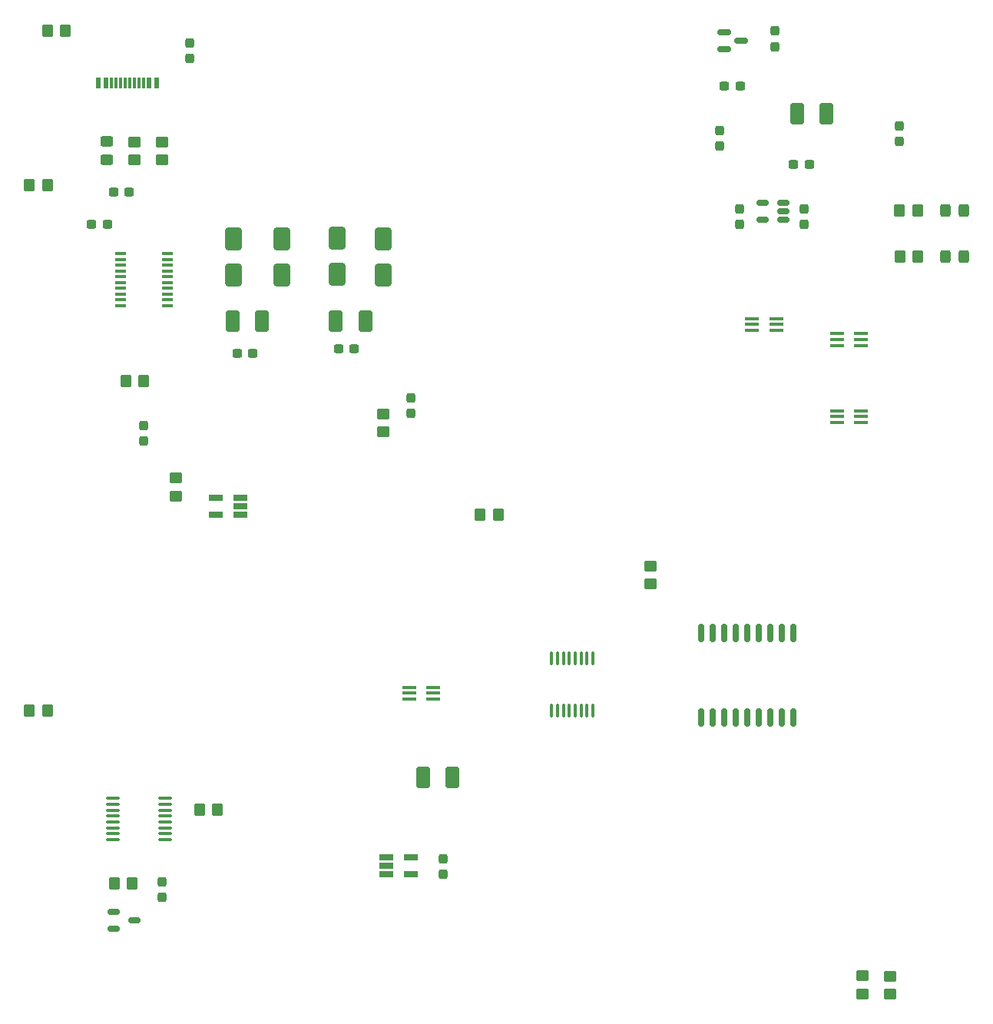
<source format=gbr>
%TF.GenerationSoftware,KiCad,Pcbnew,7.0.2*%
%TF.CreationDate,2024-12-03T13:42:33-08:00*%
%TF.ProjectId,AA_P_CtrlBd,41415f50-5f43-4747-926c-42642e6b6963,1.0*%
%TF.SameCoordinates,Original*%
%TF.FileFunction,Paste,Top*%
%TF.FilePolarity,Positive*%
%FSLAX46Y46*%
G04 Gerber Fmt 4.6, Leading zero omitted, Abs format (unit mm)*
G04 Created by KiCad (PCBNEW 7.0.2) date 2024-12-03 13:42:33*
%MOMM*%
%LPD*%
G01*
G04 APERTURE LIST*
G04 Aperture macros list*
%AMRoundRect*
0 Rectangle with rounded corners*
0 $1 Rounding radius*
0 $2 $3 $4 $5 $6 $7 $8 $9 X,Y pos of 4 corners*
0 Add a 4 corners polygon primitive as box body*
4,1,4,$2,$3,$4,$5,$6,$7,$8,$9,$2,$3,0*
0 Add four circle primitives for the rounded corners*
1,1,$1+$1,$2,$3*
1,1,$1+$1,$4,$5*
1,1,$1+$1,$6,$7*
1,1,$1+$1,$8,$9*
0 Add four rect primitives between the rounded corners*
20,1,$1+$1,$2,$3,$4,$5,0*
20,1,$1+$1,$4,$5,$6,$7,0*
20,1,$1+$1,$6,$7,$8,$9,0*
20,1,$1+$1,$8,$9,$2,$3,0*%
G04 Aperture macros list end*
%ADD10RoundRect,0.237500X-0.300000X-0.237500X0.300000X-0.237500X0.300000X0.237500X-0.300000X0.237500X0*%
%ADD11R,0.600000X1.150000*%
%ADD12R,0.300000X1.150000*%
%ADD13RoundRect,0.250000X0.325000X0.450000X-0.325000X0.450000X-0.325000X-0.450000X0.325000X-0.450000X0*%
%ADD14RoundRect,0.250000X0.450000X-0.350000X0.450000X0.350000X-0.450000X0.350000X-0.450000X-0.350000X0*%
%ADD15RoundRect,0.237500X-0.237500X0.300000X-0.237500X-0.300000X0.237500X-0.300000X0.237500X0.300000X0*%
%ADD16RoundRect,0.250000X-0.350000X-0.450000X0.350000X-0.450000X0.350000X0.450000X-0.350000X0.450000X0*%
%ADD17RoundRect,0.250001X-0.499999X-0.924999X0.499999X-0.924999X0.499999X0.924999X-0.499999X0.924999X0*%
%ADD18RoundRect,0.150000X-0.587500X-0.150000X0.587500X-0.150000X0.587500X0.150000X-0.587500X0.150000X0*%
%ADD19R,1.500000X0.400000*%
%ADD20RoundRect,0.250000X0.350000X0.450000X-0.350000X0.450000X-0.350000X-0.450000X0.350000X-0.450000X0*%
%ADD21RoundRect,0.250000X-0.650000X1.000000X-0.650000X-1.000000X0.650000X-1.000000X0.650000X1.000000X0*%
%ADD22RoundRect,0.237500X0.237500X-0.300000X0.237500X0.300000X-0.237500X0.300000X-0.237500X-0.300000X0*%
%ADD23RoundRect,0.150000X0.512500X0.150000X-0.512500X0.150000X-0.512500X-0.150000X0.512500X-0.150000X0*%
%ADD24R,1.560000X0.650000*%
%ADD25RoundRect,0.150000X-0.512500X-0.150000X0.512500X-0.150000X0.512500X0.150000X-0.512500X0.150000X0*%
%ADD26RoundRect,0.100000X-0.100000X0.637500X-0.100000X-0.637500X0.100000X-0.637500X0.100000X0.637500X0*%
%ADD27RoundRect,0.250000X-0.450000X0.350000X-0.450000X-0.350000X0.450000X-0.350000X0.450000X0.350000X0*%
%ADD28RoundRect,0.150000X0.150000X-0.875000X0.150000X0.875000X-0.150000X0.875000X-0.150000X-0.875000X0*%
%ADD29RoundRect,0.250000X-0.450000X0.325000X-0.450000X-0.325000X0.450000X-0.325000X0.450000X0.325000X0*%
%ADD30R,1.200000X0.400000*%
%ADD31RoundRect,0.237500X0.300000X0.237500X-0.300000X0.237500X-0.300000X-0.237500X0.300000X-0.237500X0*%
%ADD32RoundRect,0.100000X0.637500X0.100000X-0.637500X0.100000X-0.637500X-0.100000X0.637500X-0.100000X0*%
G04 APERTURE END LIST*
D10*
%TO.C,C11*%
X102555500Y-53848000D03*
X104280500Y-53848000D03*
%TD*%
D11*
%TO.C,J19*%
X107313156Y-41782242D03*
X106513156Y-41782242D03*
D12*
X105363156Y-41782242D03*
X104363156Y-41782242D03*
X103863156Y-41782242D03*
X102863156Y-41782242D03*
D11*
X100913156Y-41782242D03*
X101713156Y-41782242D03*
D12*
X102363156Y-41782242D03*
X103363156Y-41782242D03*
X104863156Y-41782242D03*
X105863156Y-41782242D03*
%TD*%
D13*
%TO.C,D7*%
X196351000Y-55880000D03*
X194301000Y-55880000D03*
%TD*%
D14*
%TO.C,R7*%
X132334000Y-80264000D03*
X132334000Y-78264000D03*
%TD*%
D15*
%TO.C,C10*%
X110998000Y-37391000D03*
X110998000Y-39116000D03*
%TD*%
D16*
%TO.C,R11*%
X103918000Y-74676000D03*
X105918000Y-74676000D03*
%TD*%
%TO.C,R4*%
X95282000Y-36068000D03*
X97282000Y-36068000D03*
%TD*%
D17*
%TO.C,C22*%
X177953000Y-45212000D03*
X181203000Y-45212000D03*
%TD*%
D18*
%TO.C,Q1*%
X169926000Y-36200000D03*
X169926000Y-38100000D03*
X171801000Y-37150000D03*
%TD*%
D19*
%TO.C,U10*%
X182312000Y-69454000D03*
X182312000Y-70104000D03*
X182312000Y-70754000D03*
X184972000Y-70754000D03*
X184972000Y-70104000D03*
X184972000Y-69454000D03*
%TD*%
D20*
%TO.C,R5*%
X114046000Y-121920000D03*
X112046000Y-121920000D03*
%TD*%
D21*
%TO.C,D5*%
X132334000Y-58960000D03*
X132334000Y-62960000D03*
%TD*%
D10*
%TO.C,C5*%
X127407500Y-71120000D03*
X129132500Y-71120000D03*
%TD*%
D20*
%TO.C,R2*%
X95274000Y-110998000D03*
X93274000Y-110998000D03*
%TD*%
D22*
%TO.C,C18*%
X171570000Y-57404000D03*
X171570000Y-55679000D03*
%TD*%
D23*
%TO.C,U6*%
X176385000Y-56896000D03*
X176385000Y-55946000D03*
X176385000Y-54996000D03*
X174110000Y-54996000D03*
X174110000Y-56896000D03*
%TD*%
D15*
%TO.C,C8*%
X138914000Y-127307000D03*
X138914000Y-129032000D03*
%TD*%
D13*
%TO.C,D6*%
X196360000Y-60960000D03*
X194310000Y-60960000D03*
%TD*%
D14*
%TO.C,R3*%
X109474000Y-87344000D03*
X109474000Y-85344000D03*
%TD*%
D24*
%TO.C,U2*%
X116586000Y-89408000D03*
X116586000Y-88458000D03*
X116586000Y-87508000D03*
X113886000Y-87508000D03*
X113886000Y-89408000D03*
%TD*%
D25*
%TO.C,D3*%
X102627000Y-133162000D03*
X102627000Y-135062000D03*
X104902000Y-134112000D03*
%TD*%
D20*
%TO.C,R10*%
X145018000Y-89408000D03*
X143018000Y-89408000D03*
%TD*%
D26*
%TO.C,U7*%
X155437000Y-105241500D03*
X154787000Y-105241500D03*
X154137000Y-105241500D03*
X153487000Y-105241500D03*
X152837000Y-105241500D03*
X152187000Y-105241500D03*
X151537000Y-105241500D03*
X150887000Y-105241500D03*
X150887000Y-110966500D03*
X151537000Y-110966500D03*
X152187000Y-110966500D03*
X152837000Y-110966500D03*
X153487000Y-110966500D03*
X154137000Y-110966500D03*
X154787000Y-110966500D03*
X155437000Y-110966500D03*
%TD*%
D27*
%TO.C,R6*%
X104902000Y-48292000D03*
X104902000Y-50292000D03*
%TD*%
D17*
%TO.C,C1*%
X115722500Y-68072000D03*
X118972500Y-68072000D03*
%TD*%
D16*
%TO.C,R1*%
X102659000Y-130048000D03*
X104659000Y-130048000D03*
%TD*%
D15*
%TO.C,C19*%
X169418000Y-47043000D03*
X169418000Y-48768000D03*
%TD*%
D24*
%TO.C,U4*%
X132658000Y-127132000D03*
X132658000Y-128082000D03*
X132658000Y-129032000D03*
X135358000Y-129032000D03*
X135358000Y-127132000D03*
%TD*%
D10*
%TO.C,C16*%
X169926000Y-42164000D03*
X171651000Y-42164000D03*
%TD*%
D28*
%TO.C,U9*%
X167386000Y-111760000D03*
X168656000Y-111760000D03*
X169926000Y-111760000D03*
X171196000Y-111760000D03*
X172466000Y-111760000D03*
X173736000Y-111760000D03*
X175006000Y-111760000D03*
X176276000Y-111760000D03*
X177546000Y-111760000D03*
X177546000Y-102460000D03*
X176276000Y-102460000D03*
X175006000Y-102460000D03*
X173736000Y-102460000D03*
X172466000Y-102460000D03*
X171196000Y-102460000D03*
X169926000Y-102460000D03*
X168656000Y-102460000D03*
X167386000Y-102460000D03*
%TD*%
D27*
%TO.C,R13*%
X185166000Y-140224000D03*
X185166000Y-142224000D03*
%TD*%
D22*
%TO.C,C3*%
X107961000Y-131572000D03*
X107961000Y-129847000D03*
%TD*%
%TO.C,C9*%
X135382000Y-78232000D03*
X135382000Y-76507000D03*
%TD*%
D29*
%TO.C,L1*%
X101854000Y-48242000D03*
X101854000Y-50292000D03*
%TD*%
D21*
%TO.C,D4*%
X121158000Y-58960000D03*
X121158000Y-62960000D03*
%TD*%
D27*
%TO.C,R8*%
X107950000Y-48292000D03*
X107950000Y-50292000D03*
%TD*%
D17*
%TO.C,C2*%
X127100500Y-68072000D03*
X130350500Y-68072000D03*
%TD*%
D14*
%TO.C,R14*%
X161798000Y-97028000D03*
X161798000Y-95028000D03*
%TD*%
D10*
%TO.C,C17*%
X177546000Y-50800000D03*
X179271000Y-50800000D03*
%TD*%
D21*
%TO.C,D2*%
X127254000Y-58928000D03*
X127254000Y-62928000D03*
%TD*%
D22*
%TO.C,C14*%
X178682000Y-57404000D03*
X178682000Y-55679000D03*
%TD*%
D30*
%TO.C,U3*%
X103318000Y-60642500D03*
X103318000Y-61277500D03*
X103318000Y-61912500D03*
X103318000Y-62547500D03*
X103318000Y-63182500D03*
X103318000Y-63817500D03*
X103318000Y-64452500D03*
X103318000Y-65087500D03*
X103318000Y-65722500D03*
X103318000Y-66357500D03*
X108518000Y-66357500D03*
X108518000Y-65722500D03*
X108518000Y-65087500D03*
X108518000Y-64452500D03*
X108518000Y-63817500D03*
X108518000Y-63182500D03*
X108518000Y-62547500D03*
X108518000Y-61912500D03*
X108518000Y-61277500D03*
X108518000Y-60642500D03*
%TD*%
D19*
%TO.C,U12*%
X137832000Y-109728000D03*
X137832000Y-109078000D03*
X137832000Y-108428000D03*
X135172000Y-108428000D03*
X135172000Y-109078000D03*
X135172000Y-109728000D03*
%TD*%
%TO.C,U8*%
X172974000Y-67788000D03*
X172974000Y-68438000D03*
X172974000Y-69088000D03*
X175634000Y-69088000D03*
X175634000Y-68438000D03*
X175634000Y-67788000D03*
%TD*%
D22*
%TO.C,C20*%
X105918000Y-81280000D03*
X105918000Y-79555000D03*
%TD*%
D20*
%TO.C,R16*%
X191221000Y-55880000D03*
X189221000Y-55880000D03*
%TD*%
D21*
%TO.C,D1*%
X115787500Y-58960000D03*
X115787500Y-62960000D03*
%TD*%
D20*
%TO.C,R15*%
X191262000Y-60960000D03*
X189262000Y-60960000D03*
%TD*%
D31*
%TO.C,C12*%
X101894000Y-57404000D03*
X100169000Y-57404000D03*
%TD*%
D15*
%TO.C,C13*%
X175514000Y-36068000D03*
X175514000Y-37793000D03*
%TD*%
D27*
%TO.C,R12*%
X188214000Y-140240000D03*
X188214000Y-142240000D03*
%TD*%
D22*
%TO.C,C21*%
X189230000Y-48260000D03*
X189230000Y-46535000D03*
%TD*%
D19*
%TO.C,U11*%
X184972000Y-79248000D03*
X184972000Y-78598000D03*
X184972000Y-77948000D03*
X182312000Y-77948000D03*
X182312000Y-78598000D03*
X182312000Y-79248000D03*
%TD*%
D32*
%TO.C,U1*%
X108272500Y-125211000D03*
X108272500Y-124561000D03*
X108272500Y-123911000D03*
X108272500Y-123261000D03*
X108272500Y-122611000D03*
X108272500Y-121961000D03*
X108272500Y-121311000D03*
X108272500Y-120661000D03*
X102547500Y-120661000D03*
X102547500Y-121311000D03*
X102547500Y-121961000D03*
X102547500Y-122611000D03*
X102547500Y-123261000D03*
X102547500Y-123911000D03*
X102547500Y-124561000D03*
X102547500Y-125211000D03*
%TD*%
D16*
%TO.C,R9*%
X93274000Y-53086000D03*
X95274000Y-53086000D03*
%TD*%
D10*
%TO.C,C4*%
X116231500Y-71628000D03*
X117956500Y-71628000D03*
%TD*%
D17*
%TO.C,C6*%
X136680000Y-118364000D03*
X139930000Y-118364000D03*
%TD*%
M02*

</source>
